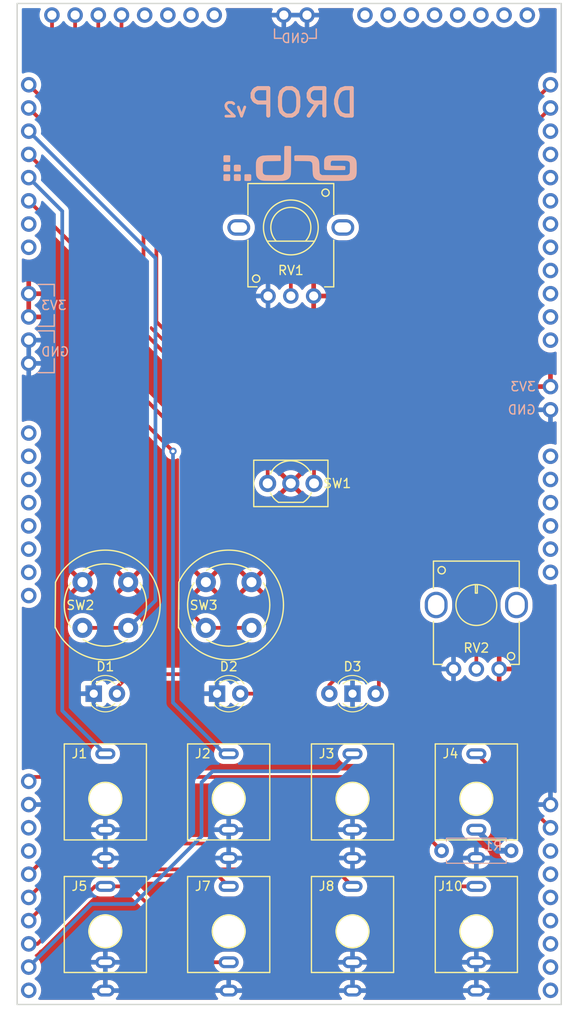
<source format=kicad_pcb>
(kicad_pcb (version 20211014) (generator pcbnew)
  (layers (0 "F.Cu" signal) (31 "B.Cu" signal) (34 "B.Paste" user) (35 "F.Paste" user) (36 "B.SilkS" user "B.Silkscreen") (37 "F.SilkS" user "F.Silkscreen") (38 "B.Mask" user) (39 "F.Mask" user) (44 "Edge.Cuts" user))
  (net 0 "")
  (net 1 "GND")
  (net 2 "+3V3")
  (net 3 "Net-(SDCLK1-Pad1)")
  (net 4 "Net-(SDCMD1-Pad1)")
  (net 5 "Net-(SDD0-Pad1)")
  (net 6 "Net-(SDD1-Pad1)")
  (net 7 "Net-(SDD2-Pad1)")
  (net 8 "Net-(SDD3-Pad1)")
  (net 9 "AI1")
  (net 10 "AI2")
  (net 11 "AO1")
  (net 12 "AO2")
  (net 13 "B1")
  (net 14 "B2")
  (net 15 "B3")
  (net 16 "B4")
  (net 17 "B5")
  (net 18 "B6")
  (net 19 "B7")
  (net 20 "B8")
  (net 21 "B9")
  (net 22 "B10")
  (net 23 "B11")
  (net 24 "B12")
  (net 25 "B13")
  (net 26 "B14")
  (net 27 "B15")
  (net 28 "B16")
  (net 29 "CI1")
  (net 30 "CI2")
  (net 31 "CI3")
  (net 32 "CI4")
  (net 33 "CI5")
  (net 34 "CI6")
  (net 35 "CI7")
  (net 36 "CI8")
  (net 37 "CO1")
  (net 38 "CO2")
  (net 39 "GO1")
  (net 40 "GO2")
  (net 41 "L1")
  (net 42 "L2")
  (net 43 "L3")
  (net 44 "L4")
  (net 45 "L5")
  (net 46 "L6")
  (net 47 "L7")
  (net 48 "L8")
  (net 49 "L9")
  (net 50 "L10")
  (net 51 "L11")
  (net 52 "L12")
  (net 53 "L13")
  (net 54 "L14")
  (net 55 "L15")
  (net 56 "L16")
  (net 57 "P1")
  (net 58 "P2")
  (net 59 "P3")
  (net 60 "P4")
  (net 61 "P5")
  (net 62 "P6")
  (net 63 "P7")
  (net 64 "P8")
  (net 65 "P9")
  (net 66 "P10")
  (net 67 "P11")
  (net 68 "P12")
  (net 69 "NPR0")
  (net 70 "freq_cv-Net-(J1-PadTN)")
  (footprint "Potentiometer_Thonk:AlphaPot9ShaftD" (layer "F.Cu") (at 30.48 34)
    (fp_text reference "RV1" (at 0 4.7) (layer "F.SilkS"))
    (fp_text value "100k")
    (pad "" thru_hole oval locked (at -5.7 0) (size 2.5 1.8) (drill oval 1.8 1.1) (layers *.Cu *.Mask))
    (pad "" thru_hole oval locked (at 5.7 0) (size 2.5 1.8) (drill oval 1.8 1.1) (layers *.Cu *.Mask))
    (pad "1" thru_hole oval locked (at -2.5 7.5) (size 1.7 1.7) (drill 1) (layers *.Cu *.Mask) (net 1 "GND"))
    (pad "2" thru_hole oval locked (at 0 7.5) (size 1.7 1.7) (drill 1) (layers *.Cu *.Mask) (net 57 "P1"))
    (pad "3" thru_hole oval locked (at 2.5 7.5) (size 1.7 1.7) (drill 1) (layers *.Cu *.Mask) (net 2 "+3V3"))
  )
  (footprint "Potentiometer_Thonk:SongHueiTallTrim9" (layer "F.Cu") (at 50.8 75.3)
    (fp_text reference "RV2" (at 0 4.7) (layer "F.SilkS"))
    (fp_text value "100k")
    (pad "" thru_hole oval locked (at 4.4 0) (size 2.5 2.9) (drill oval 1.8 2.2) (layers *.Cu *.Mask))
    (pad "" thru_hole oval locked (at -4.4 0) (size 2.5 2.9) (drill oval 1.8 2.2) (layers *.Cu *.Mask))
    (pad "1" thru_hole oval locked (at -2.5 7) (size 1.7 1.7) (drill 1) (layers *.Cu *.Mask) (net 1 "GND"))
    (pad "2" thru_hole oval locked (at 0 7) (size 1.7 1.7) (drill 1) (layers *.Cu *.Mask) (net 58 "P2"))
    (pad "3" thru_hole oval locked (at 2.5 7) (size 1.7 1.7) (drill 1) (layers *.Cu *.Mask) (net 2 "+3V3"))
  )
  (footprint "Connector_Thonk:ThonkiconnJack" (layer "F.Cu") (at 10.16 96.5)
    (fp_text reference "J1" (at -2.84 -4.94) (layer "F.SilkS"))
    (fp_text value "IN")
    (pad "" np_thru_hole circle locked (at 0 0) (size 2.5 2.5) (drill 2.5) (layers *.Cu *.Mask))
    (pad "S" thru_hole oval locked (at 0 6.48) (size 2 1.3) (drill oval 1.3 0.6) (layers *.Cu *.Mask) (net 1 "GND"))
    (pad "T" thru_hole oval locked (at 0 -4.92) (size 2.2 1.2) (drill oval 1.5 0.5) (layers *.Cu *.Mask) (net 17 "B5"))
    (pad "TN" thru_hole oval locked (at 0 3.38) (size 2.2 1.3) (drill oval 1.5 0.6) (layers *.Cu *.Mask) (net 1 "GND"))
  )
  (footprint "Switch_Thonk:SW_SPDT_Dailywell" (layer "F.Cu") (at 30.48 62 90)
    (fp_text reference "SW1" (at 0 5.08) (layer "F.SilkS"))
    (fp_text value "SW_SPDT")
    (pad "1" thru_hole circle locked (at 0 2.54 90) (size 1.8796 1.8796) (drill 1.0922) (layers *.Cu *.Mask) (net 13 "B1"))
    (pad "2" thru_hole circle locked (at 0 0 90) (size 1.8796 1.8796) (drill 1.0922) (layers *.Cu *.Mask) (net 2 "+3V3"))
    (pad "3" thru_hole circle locked (at 0 -2.54 90) (size 1.8796 1.8796) (drill 1.0922) (layers *.Cu *.Mask) (net 14 "B2"))
  )
  (footprint "LED_THT:LED_D3.0mm" (layer "F.Cu") (at 8.89 85)
    (fp_text reference "D1" (at 1.27 -2.96) (layer "F.SilkS"))
    (fp_text value "LED")
    (pad "1" thru_hole rect locked (at 0 0) (size 1.8 1.8) (drill 0.9) (layers *.Cu *.Mask) (net 1 "GND"))
    (pad "2" thru_hole circle locked (at 2.54 0) (size 1.8 1.8) (drill 0.9) (layers *.Cu *.Mask) (net 41 "L1"))
  )
  (footprint "LED_THT:LED_D3.0mm-3" (layer "F.Cu") (at 34.6964 85)
    (fp_text reference "D3" (at 2.54 -2.96) (layer "F.SilkS"))
    (fp_text value "LED_Dual_ACA")
    (pad "1" thru_hole circle locked (at 0 0) (size 1.8 1.8) (drill 0.9) (layers *.Cu *.Mask) (net 43 "L3"))
    (pad "2" thru_hole rect locked (at 2.54 0) (size 1.8 1.8) (drill 0.9) (layers *.Cu *.Mask) (net 1 "GND"))
    (pad "3" thru_hole circle locked (at 5.08 0) (size 1.8 1.8) (drill 0.9) (layers *.Cu *.Mask) (net 44 "L4"))
  )
  (footprint "Switch_Thonk:SW_SPST_CKD6R" (layer "F.Cu") (at 10.16 75.3)
    (fp_text reference "SW2" (at -2.74 0.03) (layer "F.SilkS"))
    (fp_text value "SW_Push_Dual")
    (pad "1" thru_hole circle locked (at 2.5 -2.5) (size 2.2 2.2) (drill 1.1) (layers *.Cu *.Mask) (net 2 "+3V3"))
    (pad "1" thru_hole circle locked (at -2.5 -2.5) (size 2.2 2.2) (drill 1.1) (layers *.Cu *.Mask) (net 2 "+3V3"))
    (pad "2" thru_hole circle locked (at -2.5 2.5) (size 2.2 2.2) (drill 1.1) (layers *.Cu *.Mask) (net 15 "B3"))
    (pad "2" thru_hole circle locked (at 2.5 2.5) (size 2.2 2.2) (drill 1.1) (layers *.Cu *.Mask) (net 15 "B3"))
  )
  (footprint "Empty:Empty" (layer "F.Cu") (at 30.48 34)
    (fp_text reference "H3" hide)
    (fp_text value "ROGAN 6PS")
  )
  (footprint "Empty:Empty" (layer "F.Cu") (at 37.2364 111)
    (fp_text reference "H10" hide)
    (fp_text value "KNURLED NUT")
  )
  (footprint "Empty:Empty" (layer "F.Cu") (at 10.16 96.5)
    (fp_text reference "H4" hide)
    (fp_text value "KNURLED NUT")
  )
  (footprint "Connector_Thonk:ThonkiconnJack" (layer "F.Cu") (at 50.8 111)
    (fp_text reference "J10" (at -2.84 -4.94) (layer "F.SilkS"))
    (fp_text value "IN")
    (pad "" np_thru_hole circle locked (at 0 0) (size 2.5 2.5) (drill 2.5) (layers *.Cu *.Mask))
    (pad "S" thru_hole oval locked (at 0 6.48) (size 2 1.3) (drill oval 1.3 0.6) (layers *.Cu *.Mask) (net 1 "GND"))
    (pad "T" thru_hole oval locked (at 0 -4.92) (size 2.2 1.2) (drill oval 1.5 0.5) (layers *.Cu *.Mask) (net 12 "AO2"))
    (pad "TN" thru_hole oval locked (at 0 3.38) (size 2.2 1.3) (drill oval 1.5 0.6) (layers *.Cu *.Mask) (net 1 "GND"))
  )
  (footprint "Connector_Thonk:ThonkiconnJack" (layer "F.Cu") (at 23.6728 111)
    (fp_text reference "J7" (at -2.84 -4.94) (layer "F.SilkS"))
    (fp_text value "IN")
    (pad "" np_thru_hole circle locked (at 0 0) (size 2.5 2.5) (drill 2.5) (layers *.Cu *.Mask))
    (pad "S" thru_hole oval locked (at 0 6.48) (size 2 1.3) (drill oval 1.3 0.6) (layers *.Cu *.Mask) (net 1 "GND"))
    (pad "T" thru_hole oval locked (at 0 -4.92) (size 2.2 1.2) (drill oval 1.5 0.5) (layers *.Cu *.Mask) (net 10 "AI2"))
    (pad "TN" thru_hole oval locked (at 0 3.38) (size 2.2 1.3) (drill oval 1.5 0.6) (layers *.Cu *.Mask) (net 9 "AI1"))
  )
  (footprint "Empty:Empty" (layer "F.Cu") (at 50.8 111)
    (fp_text reference "H11" hide)
    (fp_text value "KNURLED NUT")
  )
  (footprint "Empty:Empty" (layer "F.Cu") (at 21.148591 67.092685)
    (fp_text reference "H1" hide)
    (fp_text value "Header1" hide)
  )
  (footprint "Empty:Empty" (layer "F.Cu") (at 37.2364 96.5)
    (fp_text reference "H6" hide)
    (fp_text value "KNURLED NUT")
  )
  (footprint "Connector_Thonk:ThonkiconnJack" (layer "F.Cu") (at 23.6728 96.5)
    (fp_text reference "J2" (at -2.84 -4.94) (layer "F.SilkS"))
    (fp_text value "IN")
    (pad "" np_thru_hole circle locked (at 0 0) (size 2.5 2.5) (drill 2.5) (layers *.Cu *.Mask))
    (pad "S" thru_hole oval locked (at 0 6.48) (size 2 1.3) (drill oval 1.3 0.6) (layers *.Cu *.Mask) (net 1 "GND"))
    (pad "T" thru_hole oval locked (at 0 -4.92) (size 2.2 1.2) (drill oval 1.5 0.5) (layers *.Cu *.Mask) (net 18 "B6"))
    (pad "TN" thru_hole oval locked (at 0 3.38) (size 2.2 1.3) (drill oval 1.5 0.6) (layers *.Cu *.Mask) (net 1 "GND"))
  )
  (footprint "Connector_Thonk:ThonkiconnJack" (layer "F.Cu") (at 37.2364 111)
    (fp_text reference "J8" (at -2.84 -4.94) (layer "F.SilkS"))
    (fp_text value "IN")
    (pad "" np_thru_hole circle locked (at 0 0) (size 2.5 2.5) (drill 2.5) (layers *.Cu *.Mask))
    (pad "S" thru_hole oval locked (at 0 6.48) (size 2 1.3) (drill oval 1.3 0.6) (layers *.Cu *.Mask) (net 1 "GND"))
    (pad "T" thru_hole oval locked (at 0 -4.92) (size 2.2 1.2) (drill oval 1.5 0.5) (layers *.Cu *.Mask) (net 11 "AO1"))
    (pad "TN" thru_hole oval locked (at 0 3.38) (size 2.2 1.3) (drill oval 1.5 0.6) (layers *.Cu *.Mask) (net 1 "GND"))
  )
  (footprint "Switch_Thonk:SW_SPST_CKD6R" (layer "F.Cu") (at 23.6728 75.3)
    (fp_text reference "SW3" (at -2.74 0.03) (layer "F.SilkS"))
    (fp_text value "SW_Push_Dual")
    (pad "1" thru_hole circle locked (at -2.5 -2.5) (size 2.2 2.2) (drill 1.1) (layers *.Cu *.Mask) (net 2 "+3V3"))
    (pad "1" thru_hole circle locked (at 2.5 -2.5) (size 2.2 2.2) (drill 1.1) (layers *.Cu *.Mask) (net 2 "+3V3"))
    (pad "2" thru_hole circle locked (at -2.5 2.5) (size 2.2 2.2) (drill 1.1) (layers *.Cu *.Mask) (net 16 "B4"))
    (pad "2" thru_hole circle locked (at 2.5 2.5) (size 2.2 2.2) (drill 1.1) (layers *.Cu *.Mask) (net 16 "B4"))
  )
  (footprint "LED_THT:LED_D3.0mm" (layer "F.Cu") (at 22.4028 85)
    (fp_text reference "D2" (at 1.27 -2.96) (layer "F.SilkS"))
    (fp_text value "LED")
    (pad "1" thru_hole rect locked (at 0 0) (size 1.8 1.8) (drill 0.9) (layers *.Cu *.Mask) (net 1 "GND"))
    (pad "2" thru_hole circle locked (at 2.54 0) (size 1.8 1.8) (drill 0.9) (layers *.Cu *.Mask) (net 42 "L2"))
  )
  (footprint "Empty:Empty" (layer "F.Cu") (at 21.148591 63.082685)
    (fp_text reference "H2" hide)
    (fp_text value "Header2" hide)
  )
  (footprint "Empty:Empty" (layer "F.Cu") (at 23.6728 96.5)
    (fp_text reference "H5" hide)
    (fp_text value "KNURLED NUT")
  )
  (footprint "Connector_Thonk:ThonkiconnJack" (layer "F.Cu") (at 50.8 96.5)
    (fp_text reference "J4" (at -2.84 -4.94) (layer "F.SilkS"))
    (fp_text value "IN")
    (pad "" np_thru_hole circle locked (at 0 0) (size 2.5 2.5) (drill 2.5) (layers *.Cu *.Mask))
    (pad "S" thru_hole oval locked (at 0 6.48) (size 2 1.3) (drill oval 1.3 0.6) (layers *.Cu *.Mask) (net 1 "GND"))
    (pad "T" thru_hole oval locked (at 0 -4.92) (size 2.2 1.2) (drill oval 1.5 0.5) (layers *.Cu *.Mask) (net 29 "CI1"))
    (pad "TN" thru_hole oval locked (at 0 3.38) (size 2.2 1.3) (drill oval 1.5 0.6) (layers *.Cu *.Mask) (net 70 "freq_cv-Net-(J1-PadTN)"))
  )
  (footprint "Connector_Thonk:ThonkiconnJack" (layer "F.Cu") (at 37.2364 96.5)
    (fp_text reference "J3" (at -2.84 -4.94) (layer "F.SilkS"))
    (fp_text value "IN")
    (pad "" np_thru_hole circle locked (at 0 0) (size 2.5 2.5) (drill 2.5) (layers *.Cu *.Mask))
    (pad "S" thru_hole oval locked (at 0 6.48) (size 2 1.3) (drill oval 1.3 0.6) (layers *.Cu *.Mask) (net 1 "GND"))
    (pad "T" thru_hole oval locked (at 0 -4.92) (size 2.2 1.2) (drill oval 1.5 0.5) (layers *.Cu *.Mask) (net 39 "GO1"))
    (pad "TN" thru_hole oval locked (at 0 3.38) (size 2.2 1.3) (drill oval 1.5 0.6) (layers *.Cu *.Mask) (net 1 "GND"))
  )
  (footprint "Empty:Empty" (layer "F.Cu") (at 50.8 96.5)
    (fp_text reference "H7" hide)
    (fp_text value "KNURLED NUT")
  )
  (footprint "Connector_Thonk:ThonkiconnJack" (layer "F.Cu") (at 10.16 111)
    (fp_text reference "J5" (at -2.84 -4.94) (layer "F.SilkS"))
    (fp_text value "IN")
    (pad "" np_thru_hole circle locked (at 0 0) (size 2.5 2.5) (drill 2.5) (layers *.Cu *.Mask))
    (pad "S" thru_hole oval locked (at 0 6.48) (size 2 1.3) (drill oval 1.3 0.6) (layers *.Cu *.Mask) (net 1 "GND"))
    (pad "T" thru_hole oval locked (at 0 -4.92) (size 2.2 1.2) (drill oval 1.5 0.5) (layers *.Cu *.Mask) (net 9 "AI1"))
    (pad "TN" thru_hole oval locked (at 0 3.38) (size 2.2 1.3) (drill oval 1.5 0.6) (layers *.Cu *.Mask) (net 1 "GND"))
  )
  (footprint "Empty:Empty" (layer "F.Cu") (at 23.6728 111)
    (fp_text reference "H9" hide)
    (fp_text value "KNURLED NUT")
  )
  (footprint "Empty:Empty" (layer "F.Cu") (at 10.16 111)
    (fp_text reference "H8" hide)
    (fp_text value "KNURLED NUT")
  )
  (footprint "Connector_PinHeader_2.54mm:PinHeader_1x09_P2.54mm_Vertical" (layer "B.Cu") (at 58.92 97.13 180)
    (fp_text reference "ZZ2" hide)
    (fp_text value "CIX")
    (pad "1" thru_hole oval locked (at 0 0 180) (size 1.7 1.7) (drill 1) (layers *.Cu *.Mask) (net 1 "GND"))
    (pad "2" thru_hole oval locked (at 0 -2.54 180) (size 1.7 1.7) (drill 1) (layers *.Cu *.Mask) (net 29 "CI1"))
    (pad "3" thru_hole oval locked (at 0 -5.08 180) (size 1.7 1.7) (drill 1) (layers *.Cu *.Mask) (net 30 "CI2"))
    (pad "4" thru_hole oval locked (at 0 -7.62 180) (size 1.7 1.7) (drill 1) (layers *.Cu *.Mask) (net 31 "CI3"))
    (pad "5" thru_hole oval locked (at 0 -10.16 180) (size 1.7 1.7) (drill 1) (layers *.Cu *.Mask) (net 32 "CI4"))
    (pad "6" thru_hole oval locked (at 0 -12.7 180) (size 1.7 1.7) (drill 1) (layers *.Cu *.Mask) (net 33 "CI5"))
    (pad "7" thru_hole oval locked (at 0 -15.24 180) (size 1.7 1.7) (drill 1) (layers *.Cu *.Mask) (net 34 "CI6"))
    (pad "8" thru_hole oval locked (at 0 -17.78 180) (size 1.7 1.7) (drill 1) (layers *.Cu *.Mask) (net 35 "CI7"))
    (pad "9" thru_hole oval locked (at 0 -20.32 180) (size 1.7 1.7) (drill 1) (layers *.Cu *.Mask) (net 36 "CI8"))
  )
  (footprint "Connector_PinHeader_2.54mm:PinHeader_1x08_P2.54mm_Vertical" (layer "B.Cu") (at 1.77 18.39 180)
    (fp_text reference "ZZ3" hide)
    (fp_text value "BX")
    (pad "1" thru_hole oval locked (at 0 0 180) (size 1.7 1.7) (drill 1) (layers *.Cu *.Mask) (net 13 "B1"))
    (pad "2" thru_hole oval locked (at 0 -2.54 180) (size 1.7 1.7) (drill 1) (layers *.Cu *.Mask) (net 14 "B2"))
    (pad "3" thru_hole oval locked (at 0 -5.08 180) (size 1.7 1.7) (drill 1) (layers *.Cu *.Mask) (net 15 "B3"))
    (pad "4" thru_hole oval locked (at 0 -7.62 180) (size 1.7 1.7) (drill 1) (layers *.Cu *.Mask) (net 16 "B4"))
    (pad "5" thru_hole oval locked (at 0 -10.16 180) (size 1.7 1.7) (drill 1) (layers *.Cu *.Mask) (net 17 "B5"))
    (pad "6" thru_hole oval locked (at 0 -12.7 180) (size 1.7 1.7) (drill 1) (layers *.Cu *.Mask) (net 18 "B6"))
    (pad "7" thru_hole oval locked (at 0 -15.24 180) (size 1.7 1.7) (drill 1) (layers *.Cu *.Mask) (net 19 "B7"))
    (pad "8" thru_hole oval locked (at 0 -17.78 180) (size 1.7 1.7) (drill 1) (layers *.Cu *.Mask) (net 20 "B8"))
  )
  (footprint "Connector_PinHeader_2.54mm:PinHeader_1x08_P2.54mm_Vertical" (layer "B.Cu") (at 4.31 10.77 -90)
    (fp_text reference "ZZ4" hide)
    (fp_text value "LX")
    (pad "1" thru_hole oval locked (at 0 0 270) (size 1.7 1.7) (drill 1) (layers *.Cu *.Mask) (net 41 "L1"))
    (pad "2" thru_hole oval locked (at 0 -2.54 270) (size 1.7 1.7) (drill 1) (layers *.Cu *.Mask) (net 42 "L2"))
    (pad "3" thru_hole oval locked (at 0 -5.08 270) (size 1.7 1.7) (drill 1) (layers *.Cu *.Mask) (net 43 "L3"))
    (pad "4" thru_hole oval locked (at 0 -7.62 270) (size 1.7 1.7) (drill 1) (layers *.Cu *.Mask) (net 44 "L4"))
    (pad "5" thru_hole oval locked (at 0 -10.16 270) (size 1.7 1.7) (drill 1) (layers *.Cu *.Mask) (net 45 "L5"))
    (pad "6" thru_hole oval locked (at 0 -12.7 270) (size 1.7 1.7) (drill 1) (layers *.Cu *.Mask) (net 46 "L6"))
    (pad "7" thru_hole oval locked (at 0 -15.24 270) (size 1.7 1.7) (drill 1) (layers *.Cu *.Mask) (net 47 "L7"))
    (pad "8" thru_hole oval locked (at 0 -17.78 270) (size 1.7 1.7) (drill 1) (layers *.Cu *.Mask) (net 48 "L8"))
  )
  (footprint "Connector_PinHeader_2.54mm:PinHeader_1x10_P2.54mm_Vertical" (layer "B.Cu") (at 1.77 94.59 180)
    (fp_text reference "ZZ5" hide)
    (fp_text value "ANALOG")
    (pad "1" thru_hole oval (at 0 0 180) (size 1.7 1.7) (drill 1) (layers *.Cu *.Mask) (net 69 "NPR0"))
    (pad "2" thru_hole oval (at 0 -2.54 180) (size 1.7 1.7) (drill 1) (layers *.Cu *.Mask) (net 1 "GND"))
    (pad "3" thru_hole oval (at 0 -5.08 180) (size 1.7 1.7) (drill 1) (layers *.Cu *.Mask) (net 37 "CO1"))
    (pad "4" thru_hole oval (at 0 -7.62 180) (size 1.7 1.7) (drill 1) (layers *.Cu *.Mask) (net 38 "CO2"))
    (pad "5" thru_hole oval (at 0 -10.16 180) (size 1.7 1.7) (drill 1) (layers *.Cu *.Mask) (net 12 "AO2"))
    (pad "6" thru_hole oval (at 0 -12.7 180) (size 1.7 1.7) (drill 1) (layers *.Cu *.Mask) (net 11 "AO1"))
    (pad "7" thru_hole oval (at 0 -15.24 180) (size 1.7 1.7) (drill 1) (layers *.Cu *.Mask) (net 10 "AI2"))
    (pad "8" thru_hole oval (at 0 -17.78 180) (size 1.7 1.7) (drill 1) (layers *.Cu *.Mask) (net 9 "AI1"))
    (pad "9" thru_hole oval (at 0 -20.32 180) (size 1.7 1.7) (drill 1) (layers *.Cu *.Mask) (net 39 "GO1"))
    (pad "10" thru_hole oval (at 0 -22.86 180) (size 1.7 1.7) (drill 1) (layers *.Cu *.Mask) (net 40 "GO2"))
  )
  (footprint "Connector_PinHeader_2.54mm:PinHeader_1x04_P2.54mm_Vertical" (layer "B.Cu") (at 1.77 41.25 180)
    (fp_text reference "J6" hide)
    (fp_text value "POWER2")
    (pad "1" thru_hole oval locked (at 0 0 180) (size 1.7 1.7) (drill 1) (layers *.Cu *.Mask) (net 2 "+3V3"))
    (pad "2" thru_hole oval locked (at 0 -2.54 180) (size 1.7 1.7) (drill 1) (layers *.Cu *.Mask) (net 2 "+3V3"))
    (pad "3" thru_hole oval locked (at 0 -5.08 180) (size 1.7 1.7) (drill 1) (layers *.Cu *.Mask) (net 1 "GND"))
    (pad "4" thru_hole oval locked (at 0 -7.62 180) (size 1.7 1.7) (drill 1) (layers *.Cu *.Mask) (net 1 "GND"))
  )
  (footprint "Connector_PinHeader_2.54mm:PinHeader_1x08_P2.54mm_Vertical" (layer "B.Cu") (at 1.77 56.49 180)
    (fp_text reference "ZZ7" hide)
    (fp_text value "BX")
    (pad "1" thru_hole oval locked (at 0 0 180) (size 1.7 1.7) (drill 1) (layers *.Cu *.Mask) (net 21 "B9"))
    (pad "2" thru_hole oval locked (at 0 -2.54 180) (size 1.7 1.7) (drill 1) (layers *.Cu *.Mask) (net 22 "B10"))
    (pad "3" thru_hole oval locked (at 0 -5.08 180) (size 1.7 1.7) (drill 1) (layers *.Cu *.Mask) (net 23 "B11"))
    (pad "4" thru_hole oval locked (at 0 -7.62 180) (size 1.7 1.7) (drill 1) (layers *.Cu *.Mask) (net 24 "B12"))
    (pad "5" thru_hole oval locked (at 0 -10.16 180) (size 1.7 1.7) (drill 1) (layers *.Cu *.Mask) (net 25 "B13"))
    (pad "6" thru_hole oval locked (at 0 -12.7 180) (size 1.7 1.7) (drill 1) (layers *.Cu *.Mask) (net 26 "B14"))
    (pad "7" thru_hole oval locked (at 0 -15.24 180) (size 1.7 1.7) (drill 1) (layers *.Cu *.Mask) (net 27 "B15"))
    (pad "8" thru_hole oval locked (at 0 -17.78 180) (size 1.7 1.7) (drill 1) (layers *.Cu *.Mask) (net 28 "B16"))
  )
  (footprint "Connector_PinHeader_2.54mm:PinHeader_1x06_P2.54mm_Vertical" (layer "B.Cu") (at 58.92 59.03 180)
    (fp_text reference "ZZ10" hide)
    (fp_text value "SD")
    (pad "1" thru_hole oval locked (at 0 0 180) (size 1.7 1.7) (drill 1) (layers *.Cu *.Mask) (net 6 "Net-(SDD1-Pad1)"))
    (pad "2" thru_hole oval locked (at 0 -2.54 180) (size 1.7 1.7) (drill 1) (layers *.Cu *.Mask) (net 5 "Net-(SDD0-Pad1)"))
    (pad "3" thru_hole oval locked (at 0 -5.08 180) (size 1.7 1.7) (drill 1) (layers *.Cu *.Mask) (net 3 "Net-(SDCLK1-Pad1)"))
    (pad "4" thru_hole oval locked (at 0 -7.62 180) (size 1.7 1.7) (drill 1) (layers *.Cu *.Mask) (net 4 "Net-(SDCMD1-Pad1)"))
    (pad "5" thru_hole oval locked (at 0 -10.16 180) (size 1.7 1.7) (drill 1) (layers *.Cu *.Mask) (net 8 "Net-(SDD3-Pad1)"))
    (pad "6" thru_hole oval locked (at 0 -12.7 180) (size 1.7 1.7) (drill 1) (layers *.Cu *.Mask) (net 7 "Net-(SDD2-Pad1)"))
  )
  (footprint "Connector_PinHeader_2.54mm:PinHeader_1x02_P2.54mm_Vertical" (layer "B.Cu") (at 29.71 10.77 -90)
    (fp_text reference "J11" hide)
    (fp_text value "GND")
    (pad "1" thru_hole oval locked (at 0 0 270) (size 1.7 1.7) (drill 1) (layers *.Cu *.Mask) (net 1 "GND"))
    (pad "2" thru_hole oval locked (at 0 -2.54 270) (size 1.7 1.7) (drill 1) (layers *.Cu *.Mask) (net 1 "GND"))
  )
  (footprint "Connector_PinHeader_2.54mm:PinHeader_1x08_P2.54mm_Vertical" (layer "B.Cu") (at 38.6 10.77 -90)
    (fp_text reference "ZZ12" hide)
    (fp_text value "LX")
    (pad "1" thru_hole oval locked (at 0 0 270) (size 1.7 1.7) (drill 1) (layers *.Cu *.Mask) (net 49 "L9"))
    (pad "2" thru_hole oval locked (at 0 -2.54 270) (size 1.7 1.7) (drill 1) (layers *.Cu *.Mask) (net 50 "L10"))
    (pad "3" thru_hole oval locked (at 0 -5.08 270) (size 1.7 1.7) (drill 1) (layers *.Cu *.Mask) (net 51 "L11"))
    (pad "4" thru_hole oval locked (at 0 -7.62 270) (size 1.7 1.7) (drill 1) (layers *.Cu *.Mask) (net 52 "L12"))
    (pad "5" thru_hole oval locked (at 0 -10.16 270) (size 1.7 1.7) (drill 1) (layers *.Cu *.Mask) (net 53 "L13"))
    (pad "6" thru_hole oval locked (at 0 -12.7 270) (size 1.7 1.7) (drill 1) (layers *.Cu *.Mask) (net 54 "L14"))
    (pad "7" thru_hole oval locked (at 0 -15.24 270) (size 1.7 1.7) (drill 1) (layers *.Cu *.Mask) (net 55 "L15"))
    (pad "8" thru_hole oval locked (at 0 -17.78 270) (size 1.7 1.7) (drill 1) (layers *.Cu *.Mask) (net 56 "L16"))
  )
  (footprint "Connector_PinHeader_2.54mm:PinHeader_1x02_P2.54mm_Vertical" (layer "B.Cu") (at 58.92 51.41 180)
    (fp_text reference "J9" hide)
    (fp_text value "POWER1")
    (pad "1" thru_hole oval locked (at 0 0 180) (size 1.7 1.7) (drill 1) (layers *.Cu *.Mask) (net 2 "+3V3"))
    (pad "2" thru_hole oval locked (at 0 -2.54 180) (size 1.7 1.7) (drill 1) (layers *.Cu *.Mask) (net 1 "GND"))
  )
  (footprint "Connector_PinHeader_2.54mm:PinHeader_1x12_P2.54mm_Vertical" (layer "B.Cu") (at 58.92 18.39 180)
    (fp_text reference "ZZ1" hide)
    (fp_text value "PX")
    (pad "1" thru_hole oval locked (at 0 0 180) (size 1.7 1.7) (drill 1) (layers *.Cu *.Mask) (net 57 "P1"))
    (pad "2" thru_hole oval locked (at 0 -2.54 180) (size 1.7 1.7) (drill 1) (layers *.Cu *.Mask) (net 58 "P2"))
    (pad "3" thru_hole oval locked (at 0 -5.08 180) (size 1.7 1.7) (drill 1) (layers *.Cu *.Mask) (net 59 "P3"))
    (pad "4" thru_hole oval locked (at 0 -7.62 180) (size 1.7 1.7) (drill 1) (layers *.Cu *.Mask) (net 60 "P4"))
    (pad "5" thru_hole oval locked (at 0 -10.16 180) (size 1.7 1.7) (drill 1) (layers *.Cu *.Mask) (net 61 "P5"))
    (pad "6" thru_hole oval locked (at 0 -12.7 180) (size 1.7 1.7) (drill 1) (layers *.Cu *.Mask) (net 62 "P6"))
    (pad "7" thru_hole oval locked (at 0 -15.24 180) (size 1.7 1.7) (drill 1) (layers *.Cu *.Mask) (net 63 "P7"))
    (pad "8" thru_hole oval locked (at 0 -17.78 180) (size 1.7 1.7) (drill 1) (layers *.Cu *.Mask) (net 64 "P8"))
    (pad "9" thru_hole oval locked (at 0 -20.32 180) (size 1.7 1.7) (drill 1) (layers *.Cu *.Mask) (net 65 "P9"))
    (pad "10" thru_hole oval locked (at 0 -22.86 180) (size 1.7 1.7) (drill 1) (layers *.Cu *.Mask) (net 66 "P10"))
    (pad "11" thru_hole oval locked (at 0 -25.4 180) (size 1.7 1.7) (drill 1) (layers *.Cu *.Mask) (net 67 "P11"))
    (pad "12" thru_hole oval locked (at 0 -27.94 180) (size 1.7 1.7) (drill 1) (layers *.Cu *.Mask) (net 68 "P12"))
  )
  (footprint "Logo_Erb:ErbLog.15mm" (layer "B.Cu") (at 30.46 26.908024 180)
    (fp_text reference "G***" hide)
    (fp_text value "LOGO" hide)
  )
  (footprint "Resistor_THT:R_Axial_DIN0207_L6.3mm_D2.5mm_P7.62mm_Horizontal" (layer "B.Cu") (at 46.99 102.18)
    (fp_text reference "R1" (at 5.66 -0.52) (layer "B.SilkS") (effects (justify mirror)))
    (fp_text value "10k")
    (pad "1" thru_hole circle (at 0 0) (size 1.6 1.6) (drill 0.8) (layers *.Cu *.Mask) (net 69 "NPR0"))
    (pad "2" thru_hole oval (at 7.62 0) (size 1.6 1.6) (drill 0.8) (layers *.Cu *.Mask) (net 70 "freq_cv-Net-(J1-PadTN)"))
  )
  (gr_line (start 32.504 13.31) (end 33.266 13.31) (layer "B.SilkS") (width 0.15))
  (gr_line (start 4.564 45.314) (end 4.564 46.584) (layer "B.SilkS") (width 0.15))
  (gr_line (start 4.564 40.234) (end 4.564 41.504) (layer "B.SilkS") (width 0.15))
  (gr_line (start 2.786 40.234) (end 4.564 40.234) (layer "B.SilkS") (width 0.15))
  (gr_line (start 4.564 44.806) (end 2.786 44.806) (layer "B.SilkS") (width 0.15))
  (gr_line (start 33.266 13.31) (end 33.266 12.294) (layer "B.SilkS") (width 0.15))
  (gr_line (start 2.786 45.314) (end 4.564 45.314) (layer "B.SilkS") (width 0.15))
  (gr_line (start 4.564 49.886) (end 2.786 49.886) (layer "B.SilkS") (width 0.15))
  (gr_line (start 4.564 48.362) (end 4.564 49.886) (layer "B.SilkS") (width 0.15))
  (gr_line (start 4.564 43.536) (end 4.564 44.806) (layer "B.SilkS") (width 0.15))
  (gr_line (start 28.694 13.31) (end 29.456 13.31) (layer "B.SilkS") (width 0.15))
  (gr_line (start 28.694 12.294) (end 28.694 13.31) (layer "B.SilkS") (width 0.15))
  (gr_line (start 0.5 9.5) (end 0.5 119) (layer "Edge.Cuts") (width 0.15))
  (gr_line (start 60.1 9.5) (end 60.1 119) (layer "Edge.Cuts") (width 0.15))
  (gr_line (start 0.5 119) (end 60.1 119) (layer "Edge.Cuts") (width 0.15))
  (gr_line (start 0.5 9.5) (end 60.1 9.5) (layer "Edge.Cuts") (width 0.15))
  (gr_text "GND" (at 3.04 47.6) (layer "B.SilkS") (effects (font (size 1 1)) (justify right mirror)))
  (gr_text "3V3" (at 57.396 51.41) (layer "B.SilkS") (effects (font (size 1 1)) (justify left mirror)))
  (gr_text "GND" (at 57.396 53.95) (layer "B.SilkS") (effects (font (size 1 1)) (justify left mirror)))
  (gr_text "GND" (at 30.98 13.31) (layer "B.SilkS") (effects (font (size 1 1)) (justify mirror)))
  (gr_text "DROP" (at 31.793594 20.398024) (layer "B.SilkS") (effects (font (size 3 3) (thickness 0.45)) (justify mirror)))
  (gr_text "3V3" (at 3.04 42.52) (layer "B.SilkS") (effects (font (size 1 1)) (justify right mirror)))
  (gr_text "v2" (at 25.851528 21.15) (layer "B.SilkS") (effects (font (size 1.5 1.5) (thickness 0.3)) (justify left mirror)))
  (segment (start 2.73 112.37) (end 9.02 106.08) (width 0.4064) (layer "F.Cu") (net 9))
  (segment (start 10.16 106.08) (end 12.86 106.08) (width 0.4064) (layer "F.Cu") (net 9))
  (segment (start 9.02 106.08) (end 10.16 106.08) (width 0.4064) (layer "F.Cu") (net 9))
  (segment (start 1.77 112.37) (end 2.73 112.37) (width 0.4064) (layer "F.Cu") (net 9))
  (segment (start 21.16 114.38) (end 23.6728 114.38) (width 0.4064) (layer "F.Cu") (net 9))
  (segment (start 12.86 106.08) (end 21.16 114.38) (width 0.4064) (layer "F.Cu") (net 9))
  (segment (start 6.74 104.86) (end 22.4528 104.86) (width 0.4064) (layer "F.Cu") (net 10))
  (segment (start 22.4528 104.86) (end 23.6728 106.08) (width 0.4064) (layer "F.Cu") (net 10))
  (segment (start 1.77 109.83) (end 6.74 104.86) (width 0.4064) (layer "F.Cu") (net 10))
  (segment (start 35.3764 104.22) (end 37.2364 106.08) (width 0.4064) (layer "F.Cu") (net 11))
  (segment (start 1.77 107.29) (end 4.84 104.22) (width 0.4064) (layer "F.Cu") (net 11))
  (segment (start 4.84 104.22) (end 35.3764 104.22) (width 0.4064) (layer "F.Cu") (net 11))
  (segment (start 1.77 104.75) (end 5.13 101.39) (width 0.4064) (layer "F.Cu") (net 12))
  (segment (start 5.13 101.39) (end 42.49 101.39) (width 0.4064) (layer "F.Cu") (net 12))
  (segment (start 42.49 101.39) (end 47.18 106.08) (width 0.4064) (layer "F.Cu") (net 12))
  (segment (start 47.18 106.08) (end 50.8 106.08) (width 0.4064) (layer "F.Cu") (net 12))
  (segment (start 31.12 54.67) (end 33.02 56.57) (width 0.4064) (layer "F.Cu") (net 13))
  (segment (start 33.02 56.57) (end 33.02 62) (width 0.4064) (layer "F.Cu") (net 13))
  (segment (start 26.11 54.67) (end 31.12 54.67) (width 0.4064) (layer "F.Cu") (net 13))
  (segment (start 1.77 18.39) (end 15.75 32.37) (width 0.4064) (layer "F.Cu") (net 13))
  (segment (start 15.75 44.31) (end 26.11 54.67) (width 0.4064) (layer "F.Cu") (net 13))
  (segment (start 15.75 32.37) (end 15.75 44.31) (width 0.4064) (layer "F.Cu") (net 13))
  (segment (start 27.94 59.03) (end 27.94 62) (width 0.4064) (layer "F.Cu") (net 14))
  (segment (start 14.34 33.5) (end 14.34 45.43) (width 0.4064) (layer "F.Cu") (net 14))
  (segment (start 1.77 20.93) (end 14.34 33.5) (width 0.4064) (layer "F.Cu") (net 14))
  (segment (start 14.34 45.43) (end 27.94 59.03) (width 0.4064) (layer "F.Cu") (net 14))
  (segment (start 7.66 77.8) (end 12.66 77.8) (width 0.4064) (layer "F.Cu") (net 15))
  (segment (start 1.77 23.47) (end 15.65 37.35) (width 0.4064) (layer "B.Cu") (net 15))
  (segment (start 15.65 74.81) (end 12.66 77.8) (width 0.4064) (layer "B.Cu") (net 15))
  (segment (start 15.65 37.35) (end 15.65 74.81) (width 0.4064) (layer "B.Cu") (net 15))
  (segment (start 21.1728 77.8) (end 26.1728 77.8) (width 0.4064) (layer "F.Cu") (net 16))
  (segment (start 18.94 75.5672) (end 21.1728 77.8) (width 0.4064) (layer "F.Cu") (net 16))
  (segment (start 1.77 26.01) (end 12.68 36.92) (width 0.4064) (layer "F.Cu") (net 16))
  (segment (start 12.68 36.92) (end 12.68 50.93) (width 0.4064) (layer "F.Cu") (net 16))
  (segment (start 12.68 50.93) (end 18.94 57.19) (width 0.4064) (layer "F.Cu") (net 16))
  (segment (start 18.94 57.19) (end 18.94 75.5672) (width 0.4064) (layer "F.Cu") (net 16))
  (segment (start 5.44 32.22) (end 5.44 86.86) (width 0.4064) (layer "B.Cu") (net 17))
  (segment (start 5.44 86.86) (end 10.16 91.58) (width 0.4064) (layer "B.Cu") (net 17))
  (segment (start 1.77 28.55) (end 5.44 32.22) (width 0.4064) (layer "B.Cu") (net 17))
  (segment (start 11.3 52.21) (end 17.57 58.48) (width 0.4064) (layer "F.Cu") (net 18))
  (segment (start 1.77 31.09) (end 11.3 40.62) (width 0.4064) (layer "F.Cu") (net 18))
  (segment (start 11.3 40.62) (end 11.3 52.21) (width 0.4064) (layer "F.Cu") (net 18))
  (via (at 17.57 58.48) (size 0.8) (drill 0.4) (layers "F.Cu" "B.Cu") (net 18))
  (segment (start 17.57 85.9772) (end 17.57 58.48) (width 0.4064) (layer "B.Cu") (net 18))
  (segment (start 23.1728 91.58) (end 17.57 85.9772) (width 0.4064) (layer "B.Cu") (net 18))
  (segment (start 23.6728 91.58) (end 23.1728 91.58) (width 0.4064) (layer "B.Cu") (net 18))
  (segment (start 58.92 99.67) (end 50.83 91.58) (width 0.4064) (layer "F.Cu") (net 29))
  (segment (start 50.83 91.58) (end 50.8 91.58) (width 0.4064) (layer "F.Cu") (net 29))
  (segment (start 20.7 100.6) (end 20.7 94.7) (width 0.4064) (layer "B.Cu") (net 39))
  (segment (start 20.7 94.7) (end 21.91 93.49) (width 0.4064) (layer "B.Cu") (net 39))
  (segment (start 1.77 114.91) (end 1.77 114.89) (width 0.4064) (layer "B.Cu") (net 39))
  (segment (start 13.29 108.01) (end 20.7 100.6) (width 0.4064) (layer "B.Cu") (net 39))
  (segment (start 8.65 108.01) (end 13.29 108.01) (width 0.4064) (layer "B.Cu") (net 39))
  (segment (start 1.77 114.89) (end 8.65 108.01) (width 0.4064) (layer "B.Cu") (net 39))
  (segment (start 21.91 93.49) (end 35.55 93.49) (width 0.4064) (layer "B.Cu") (net 39))
  (segment (start 37.2364 91.8036) (end 37.2364 91.58) (width 0.4064) (layer "B.Cu") (net 39))
  (segment (start 35.55 93.49) (end 37.2364 91.8036) (width 0.4064) (layer "B.Cu") (net 39))
  (segment (start 35.31 78.43) (end 30.87 82.87) (width 0.4064) (layer "F.Cu") (net 41))
  (segment (start 17.36 43.18) (end 27.19 53.01) (width 0.4064) (layer "F.Cu") (net 41))
  (segment (start 4.31 10.77) (end 4.32 10.78) (width 0.4064) (layer "F.Cu") (net 41))
  (segment (start 11.43 84.32) (end 11.43 85) (width 0.4064) (layer "F.Cu") (net 41))
  (segment (start 4.32 10.78) (end 4.32 12.42) (width 0.4064) (layer "F.Cu") (net 41))
  (segment (start 30.87 82.87) (end 12.88 82.87) (width 0.4064) (layer "F.Cu") (net 41))
  (segment (start 4.32 12.42) (end 17.36 25.46) (width 0.4064) (layer "F.Cu") (net 41))
  (segment (start 17.36 25.46) (end 17.36 43.18) (width 0.4064) (layer "F.Cu") (net 41))
  (segment (start 35.31 54.31) (end 35.31 78.43) (width 0.4064) (layer "F.Cu") (net 41))
  (segment (start 34.01 53.01) (end 35.31 54.31) (width 0.4064) (layer "F.Cu") (net 41))
  (segment (start 12.88 82.87) (end 11.43 84.32) (width 0.4064) (layer "F.Cu") (net 41))
  (segment (start 27.19 53.01) (end 34.01 53.01) (width 0.4064) (layer "F.Cu") (net 41))
  (segment (start 35.64 51.41) (end 36.87 52.64) (width 0.4064) (layer "F.Cu") (net 42))
  (segment (start 28.25 51.41) (end 35.64 51.41) (width 0.4064) (layer "F.Cu") (net 42))
  (segment (start 19.05 42.21) (end 28.25 51.41) (width 0.4064) (layer "F.Cu") (net 42))
  (segment (start 30.83 85) (end 24.9428 85) (width 0.4064) (layer "F.Cu") (net 42))
  (segment (start 36.87 52.64) (end 36.87 78.96) (width 0.4064) (layer "F.Cu") (net 42))
  (segment (start 19.05 24.74) (end 19.05 42.21) (width 0.4064) (layer "F.Cu") (net 42))
  (segment (start 36.87 78.96) (end 30.83 85) (width 0.4064) (layer "F.Cu") (net 42))
  (segment (start 6.85 10.77) (end 6.85 12.54) (width 0.4064) (layer "F.Cu") (net 42))
  (segment (start 6.85 12.54) (end 19.05 24.74) (width 0.4064) (layer "F.Cu") (net 42))
  (segment (start 20.44 23.73) (end 20.44 40.93) (width 0.4064) (layer "F.Cu") (net 43))
  (segment (start 37.14 50.01) (end 38.52 51.39) (width 0.4064) (layer "F.Cu") (net 43))
  (segment (start 38.52 51.39) (end 38.52 80.23) (width 0.4064) (layer "F.Cu") (net 43))
  (segment (start 34.6964 84.0536) (end 34.6964 85) (width 0.4064) (layer "F.Cu") (net 43))
  (segment (start 20.44 40.93) (end 29.52 50.01) (width 0.4064) (layer "F.Cu") (net 43))
  (segment (start 29.52 50.01) (end 37.14 50.01) (width 0.4064) (layer "F.Cu") (net 43))
  (segment (start 9.39 10.77) (end 9.39 12.68) (width 0.4064) (layer "F.Cu") (net 43))
  (segment (start 38.52 80.23) (end 34.6964 84.0536) (width 0.4064) (layer "F.Cu") (net 43))
  (segment (start 9.39 12.68) (end 20.44 23.73) (width 0.4064) (layer "F.Cu") (net 43))
  (segment (start 11.93 10.77) (end 11.93 12.75) (width 0.4064) (layer "F.Cu") (net 44))
  (segment (start 38.1 48.57) (end 40.12 50.59) (width 0.4064) (layer "F.Cu") (net 44))
  (segment (start 30.6 48.57) (end 38.1 48.57) (width 0.4064) (layer "F.Cu") (net 44))
  (segment (start 22.11 22.93) (end 22.11 40.08) (width 0.4064) (layer "F.Cu") (net 44))
  (segment (start 11.93 12.75) (end 22.11 22.93) (width 0.4064) (layer "F.Cu") (net 44))
  (segment (start 40.12 84.6564) (end 39.7764 85) (width 0.4064) (layer "F.Cu") (net 44))
  (segment (start 40.12 50.59) (end 40.12 84.6564) (width 0.4064) (layer "F.Cu") (net 44))
  (segment (start 22.11 40.08) (end 30.6 48.57) (width 0.4064) (layer "F.Cu") (net 44))
  (segment (start 32.08 38.32) (end 30.48 39.92) (width 0.4064) (layer "F.Cu") (net 57))
  (segment (start 58.92 18.39) (end 38.99 38.32) (width 0.4064) (layer "F.Cu") (net 57))
  (segment (start 38.99 38.32) (end 32.08 38.32) (width 0.4064) (layer "F.Cu") (net 57))
  (segment (start 30.48 39.92) (end 30.48 41.5) (width 0.4064) (layer "F.Cu") (net 57))
  (segment (start 58.92 20.93) (end 50.8 29.05) (width 0.4064) (layer "F.Cu") (net 58))
  (segment (start 50.8 29.05) (end 50.8 82.3) (width 0.4064) (layer "F.Cu") (net 58))
  (segment (start 38.92 94.11) (end 2.25 94.11) (width 0.4064) (layer "F.Cu") (net 69))
  (segment (start 2.25 94.11) (end 1.77 94.59) (width 0.4064) (layer "F.Cu") (net 69))
  (segment (start 46.99 102.18) (end 38.92 94.11) (width 0.4064) (layer "F.Cu") (net 69))
  (segment (start 53.1 102.18) (end 50.8 99.88) (width 0.635) (layer "B.Cu") (net 70))
  (segment (start 54.61 102.18) (end 53.1 102.18) (width 0.635) (layer "B.Cu") (net 70))
  (zone (net 2) (net_name "+3V3") (layer "F.Cu") (connect_pads (clearance 0.508)) (min_thickness 0.254) (fill yes (thermal_gap 0.508) (thermal_bridge_width 0.508))
    (polygon (pts (xy 60 119) (xy 0.5 119) (xy 0.5 9.5) (xy 60 9.5)))
  )
  (zone (net 1) (net_name "GND") (layer "B.Cu") (connect_pads (clearance 0.508)) (min_thickness 0.254) (fill yes (thermal_gap 0.508) (thermal_bridge_width 0.508))
    (polygon (pts (xy 60 119) (xy 0.5 119) (xy 0.5 9.5) (xy 60 9.5)))
  )
)
</source>
